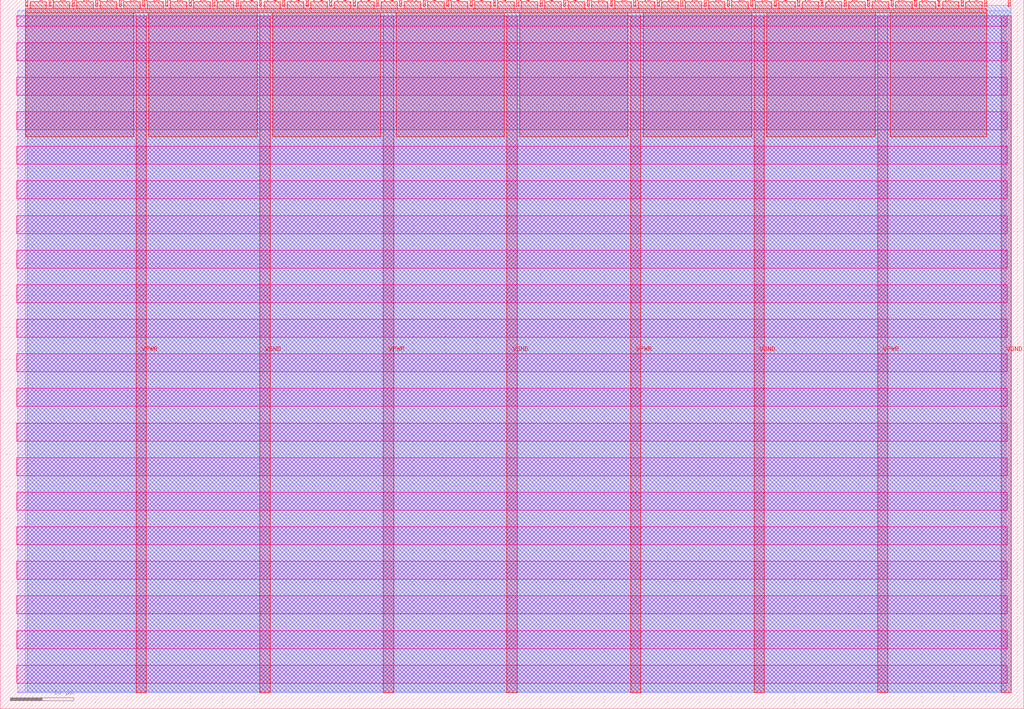
<source format=lef>
VERSION 5.7 ;
  NOWIREEXTENSIONATPIN ON ;
  DIVIDERCHAR "/" ;
  BUSBITCHARS "[]" ;
MACRO tt_um_Uart_Transciver
  CLASS BLOCK ;
  FOREIGN tt_um_Uart_Transciver ;
  ORIGIN 0.000 0.000 ;
  SIZE 161.000 BY 111.520 ;
  PIN VGND
    DIRECTION INOUT ;
    USE GROUND ;
    PORT
      LAYER met4 ;
        RECT 40.830 2.480 42.430 109.040 ;
    END
    PORT
      LAYER met4 ;
        RECT 79.700 2.480 81.300 109.040 ;
    END
    PORT
      LAYER met4 ;
        RECT 118.570 2.480 120.170 109.040 ;
    END
    PORT
      LAYER met4 ;
        RECT 157.440 2.480 159.040 109.040 ;
    END
  END VGND
  PIN VPWR
    DIRECTION INOUT ;
    USE POWER ;
    PORT
      LAYER met4 ;
        RECT 21.395 2.480 22.995 109.040 ;
    END
    PORT
      LAYER met4 ;
        RECT 60.265 2.480 61.865 109.040 ;
    END
    PORT
      LAYER met4 ;
        RECT 99.135 2.480 100.735 109.040 ;
    END
    PORT
      LAYER met4 ;
        RECT 138.005 2.480 139.605 109.040 ;
    END
  END VPWR
  PIN clk
    DIRECTION INPUT ;
    USE SIGNAL ;
    ANTENNAGATEAREA 0.852000 ;
    PORT
      LAYER met4 ;
        RECT 154.870 110.520 155.170 111.520 ;
    END
  END clk
  PIN ena
    DIRECTION INPUT ;
    USE SIGNAL ;
    PORT
      LAYER met4 ;
        RECT 158.550 110.520 158.850 111.520 ;
    END
  END ena
  PIN rst_n
    DIRECTION INPUT ;
    USE SIGNAL ;
    ANTENNAGATEAREA 0.196500 ;
    PORT
      LAYER met4 ;
        RECT 151.190 110.520 151.490 111.520 ;
    END
  END rst_n
  PIN ui_in[0]
    DIRECTION INPUT ;
    USE SIGNAL ;
    ANTENNAGATEAREA 0.196500 ;
    PORT
      LAYER met4 ;
        RECT 147.510 110.520 147.810 111.520 ;
    END
  END ui_in[0]
  PIN ui_in[1]
    DIRECTION INPUT ;
    USE SIGNAL ;
    ANTENNAGATEAREA 0.196500 ;
    PORT
      LAYER met4 ;
        RECT 143.830 110.520 144.130 111.520 ;
    END
  END ui_in[1]
  PIN ui_in[2]
    DIRECTION INPUT ;
    USE SIGNAL ;
    ANTENNAGATEAREA 0.196500 ;
    PORT
      LAYER met4 ;
        RECT 140.150 110.520 140.450 111.520 ;
    END
  END ui_in[2]
  PIN ui_in[3]
    DIRECTION INPUT ;
    USE SIGNAL ;
    ANTENNAGATEAREA 0.196500 ;
    PORT
      LAYER met4 ;
        RECT 136.470 110.520 136.770 111.520 ;
    END
  END ui_in[3]
  PIN ui_in[4]
    DIRECTION INPUT ;
    USE SIGNAL ;
    ANTENNAGATEAREA 0.196500 ;
    PORT
      LAYER met4 ;
        RECT 132.790 110.520 133.090 111.520 ;
    END
  END ui_in[4]
  PIN ui_in[5]
    DIRECTION INPUT ;
    USE SIGNAL ;
    ANTENNAGATEAREA 0.196500 ;
    PORT
      LAYER met4 ;
        RECT 129.110 110.520 129.410 111.520 ;
    END
  END ui_in[5]
  PIN ui_in[6]
    DIRECTION INPUT ;
    USE SIGNAL ;
    ANTENNAGATEAREA 0.196500 ;
    PORT
      LAYER met4 ;
        RECT 125.430 110.520 125.730 111.520 ;
    END
  END ui_in[6]
  PIN ui_in[7]
    DIRECTION INPUT ;
    USE SIGNAL ;
    ANTENNAGATEAREA 0.196500 ;
    PORT
      LAYER met4 ;
        RECT 121.750 110.520 122.050 111.520 ;
    END
  END ui_in[7]
  PIN uio_in[0]
    DIRECTION INPUT ;
    USE SIGNAL ;
    ANTENNAGATEAREA 0.196500 ;
    PORT
      LAYER met4 ;
        RECT 118.070 110.520 118.370 111.520 ;
    END
  END uio_in[0]
  PIN uio_in[1]
    DIRECTION INPUT ;
    USE SIGNAL ;
    ANTENNAGATEAREA 0.196500 ;
    PORT
      LAYER met4 ;
        RECT 114.390 110.520 114.690 111.520 ;
    END
  END uio_in[1]
  PIN uio_in[2]
    DIRECTION INPUT ;
    USE SIGNAL ;
    ANTENNAGATEAREA 0.196500 ;
    PORT
      LAYER met4 ;
        RECT 110.710 110.520 111.010 111.520 ;
    END
  END uio_in[2]
  PIN uio_in[3]
    DIRECTION INPUT ;
    USE SIGNAL ;
    PORT
      LAYER met4 ;
        RECT 107.030 110.520 107.330 111.520 ;
    END
  END uio_in[3]
  PIN uio_in[4]
    DIRECTION INPUT ;
    USE SIGNAL ;
    PORT
      LAYER met4 ;
        RECT 103.350 110.520 103.650 111.520 ;
    END
  END uio_in[4]
  PIN uio_in[5]
    DIRECTION INPUT ;
    USE SIGNAL ;
    PORT
      LAYER met4 ;
        RECT 99.670 110.520 99.970 111.520 ;
    END
  END uio_in[5]
  PIN uio_in[6]
    DIRECTION INPUT ;
    USE SIGNAL ;
    PORT
      LAYER met4 ;
        RECT 95.990 110.520 96.290 111.520 ;
    END
  END uio_in[6]
  PIN uio_in[7]
    DIRECTION INPUT ;
    USE SIGNAL ;
    PORT
      LAYER met4 ;
        RECT 92.310 110.520 92.610 111.520 ;
    END
  END uio_in[7]
  PIN uio_oe[0]
    DIRECTION OUTPUT TRISTATE ;
    USE SIGNAL ;
    PORT
      LAYER met4 ;
        RECT 29.750 110.520 30.050 111.520 ;
    END
  END uio_oe[0]
  PIN uio_oe[1]
    DIRECTION OUTPUT TRISTATE ;
    USE SIGNAL ;
    PORT
      LAYER met4 ;
        RECT 26.070 110.520 26.370 111.520 ;
    END
  END uio_oe[1]
  PIN uio_oe[2]
    DIRECTION OUTPUT TRISTATE ;
    USE SIGNAL ;
    PORT
      LAYER met4 ;
        RECT 22.390 110.520 22.690 111.520 ;
    END
  END uio_oe[2]
  PIN uio_oe[3]
    DIRECTION OUTPUT TRISTATE ;
    USE SIGNAL ;
    PORT
      LAYER met4 ;
        RECT 18.710 110.520 19.010 111.520 ;
    END
  END uio_oe[3]
  PIN uio_oe[4]
    DIRECTION OUTPUT TRISTATE ;
    USE SIGNAL ;
    PORT
      LAYER met4 ;
        RECT 15.030 110.520 15.330 111.520 ;
    END
  END uio_oe[4]
  PIN uio_oe[5]
    DIRECTION OUTPUT TRISTATE ;
    USE SIGNAL ;
    PORT
      LAYER met4 ;
        RECT 11.350 110.520 11.650 111.520 ;
    END
  END uio_oe[5]
  PIN uio_oe[6]
    DIRECTION OUTPUT TRISTATE ;
    USE SIGNAL ;
    PORT
      LAYER met4 ;
        RECT 7.670 110.520 7.970 111.520 ;
    END
  END uio_oe[6]
  PIN uio_oe[7]
    DIRECTION OUTPUT TRISTATE ;
    USE SIGNAL ;
    PORT
      LAYER met4 ;
        RECT 3.990 110.520 4.290 111.520 ;
    END
  END uio_oe[7]
  PIN uio_out[0]
    DIRECTION OUTPUT TRISTATE ;
    USE SIGNAL ;
    PORT
      LAYER met4 ;
        RECT 59.190 110.520 59.490 111.520 ;
    END
  END uio_out[0]
  PIN uio_out[1]
    DIRECTION OUTPUT TRISTATE ;
    USE SIGNAL ;
    PORT
      LAYER met4 ;
        RECT 55.510 110.520 55.810 111.520 ;
    END
  END uio_out[1]
  PIN uio_out[2]
    DIRECTION OUTPUT TRISTATE ;
    USE SIGNAL ;
    PORT
      LAYER met4 ;
        RECT 51.830 110.520 52.130 111.520 ;
    END
  END uio_out[2]
  PIN uio_out[3]
    DIRECTION OUTPUT TRISTATE ;
    USE SIGNAL ;
    ANTENNADIFFAREA 0.795200 ;
    PORT
      LAYER met4 ;
        RECT 48.150 110.520 48.450 111.520 ;
    END
  END uio_out[3]
  PIN uio_out[4]
    DIRECTION OUTPUT TRISTATE ;
    USE SIGNAL ;
    ANTENNADIFFAREA 0.445500 ;
    PORT
      LAYER met4 ;
        RECT 44.470 110.520 44.770 111.520 ;
    END
  END uio_out[4]
  PIN uio_out[5]
    DIRECTION OUTPUT TRISTATE ;
    USE SIGNAL ;
    ANTENNADIFFAREA 0.795200 ;
    PORT
      LAYER met4 ;
        RECT 40.790 110.520 41.090 111.520 ;
    END
  END uio_out[5]
  PIN uio_out[6]
    DIRECTION OUTPUT TRISTATE ;
    USE SIGNAL ;
    PORT
      LAYER met4 ;
        RECT 37.110 110.520 37.410 111.520 ;
    END
  END uio_out[6]
  PIN uio_out[7]
    DIRECTION OUTPUT TRISTATE ;
    USE SIGNAL ;
    PORT
      LAYER met4 ;
        RECT 33.430 110.520 33.730 111.520 ;
    END
  END uio_out[7]
  PIN uo_out[0]
    DIRECTION OUTPUT TRISTATE ;
    USE SIGNAL ;
    ANTENNAGATEAREA 0.126000 ;
    ANTENNADIFFAREA 0.445500 ;
    PORT
      LAYER met4 ;
        RECT 88.630 110.520 88.930 111.520 ;
    END
  END uo_out[0]
  PIN uo_out[1]
    DIRECTION OUTPUT TRISTATE ;
    USE SIGNAL ;
    ANTENNAGATEAREA 0.126000 ;
    ANTENNADIFFAREA 0.445500 ;
    PORT
      LAYER met4 ;
        RECT 84.950 110.520 85.250 111.520 ;
    END
  END uo_out[1]
  PIN uo_out[2]
    DIRECTION OUTPUT TRISTATE ;
    USE SIGNAL ;
    ANTENNAGATEAREA 0.126000 ;
    ANTENNADIFFAREA 0.445500 ;
    PORT
      LAYER met4 ;
        RECT 81.270 110.520 81.570 111.520 ;
    END
  END uo_out[2]
  PIN uo_out[3]
    DIRECTION OUTPUT TRISTATE ;
    USE SIGNAL ;
    ANTENNAGATEAREA 0.126000 ;
    ANTENNADIFFAREA 0.445500 ;
    PORT
      LAYER met4 ;
        RECT 77.590 110.520 77.890 111.520 ;
    END
  END uo_out[3]
  PIN uo_out[4]
    DIRECTION OUTPUT TRISTATE ;
    USE SIGNAL ;
    ANTENNAGATEAREA 0.126000 ;
    ANTENNADIFFAREA 0.445500 ;
    PORT
      LAYER met4 ;
        RECT 73.910 110.520 74.210 111.520 ;
    END
  END uo_out[4]
  PIN uo_out[5]
    DIRECTION OUTPUT TRISTATE ;
    USE SIGNAL ;
    ANTENNAGATEAREA 0.126000 ;
    ANTENNADIFFAREA 0.891000 ;
    PORT
      LAYER met4 ;
        RECT 70.230 110.520 70.530 111.520 ;
    END
  END uo_out[5]
  PIN uo_out[6]
    DIRECTION OUTPUT TRISTATE ;
    USE SIGNAL ;
    ANTENNAGATEAREA 0.126000 ;
    ANTENNADIFFAREA 0.445500 ;
    PORT
      LAYER met4 ;
        RECT 66.550 110.520 66.850 111.520 ;
    END
  END uo_out[6]
  PIN uo_out[7]
    DIRECTION OUTPUT TRISTATE ;
    USE SIGNAL ;
    ANTENNAGATEAREA 0.126000 ;
    ANTENNADIFFAREA 0.445500 ;
    PORT
      LAYER met4 ;
        RECT 62.870 110.520 63.170 111.520 ;
    END
  END uo_out[7]
  OBS
      LAYER nwell ;
        RECT 2.570 107.385 158.430 108.990 ;
        RECT 2.570 101.945 158.430 104.775 ;
        RECT 2.570 96.505 158.430 99.335 ;
        RECT 2.570 91.065 158.430 93.895 ;
        RECT 2.570 85.625 158.430 88.455 ;
        RECT 2.570 80.185 158.430 83.015 ;
        RECT 2.570 74.745 158.430 77.575 ;
        RECT 2.570 69.305 158.430 72.135 ;
        RECT 2.570 63.865 158.430 66.695 ;
        RECT 2.570 58.425 158.430 61.255 ;
        RECT 2.570 52.985 158.430 55.815 ;
        RECT 2.570 47.545 158.430 50.375 ;
        RECT 2.570 42.105 158.430 44.935 ;
        RECT 2.570 36.665 158.430 39.495 ;
        RECT 2.570 31.225 158.430 34.055 ;
        RECT 2.570 25.785 158.430 28.615 ;
        RECT 2.570 20.345 158.430 23.175 ;
        RECT 2.570 14.905 158.430 17.735 ;
        RECT 2.570 9.465 158.430 12.295 ;
        RECT 2.570 4.025 158.430 6.855 ;
      LAYER li1 ;
        RECT 2.760 2.635 158.240 108.885 ;
      LAYER met1 ;
        RECT 2.760 2.480 159.040 109.780 ;
      LAYER met2 ;
        RECT 4.230 2.535 159.010 110.685 ;
      LAYER met3 ;
        RECT 3.950 2.555 159.030 110.665 ;
      LAYER met4 ;
        RECT 4.690 110.120 7.270 111.170 ;
        RECT 8.370 110.120 10.950 111.170 ;
        RECT 12.050 110.120 14.630 111.170 ;
        RECT 15.730 110.120 18.310 111.170 ;
        RECT 19.410 110.120 21.990 111.170 ;
        RECT 23.090 110.120 25.670 111.170 ;
        RECT 26.770 110.120 29.350 111.170 ;
        RECT 30.450 110.120 33.030 111.170 ;
        RECT 34.130 110.120 36.710 111.170 ;
        RECT 37.810 110.120 40.390 111.170 ;
        RECT 41.490 110.120 44.070 111.170 ;
        RECT 45.170 110.120 47.750 111.170 ;
        RECT 48.850 110.120 51.430 111.170 ;
        RECT 52.530 110.120 55.110 111.170 ;
        RECT 56.210 110.120 58.790 111.170 ;
        RECT 59.890 110.120 62.470 111.170 ;
        RECT 63.570 110.120 66.150 111.170 ;
        RECT 67.250 110.120 69.830 111.170 ;
        RECT 70.930 110.120 73.510 111.170 ;
        RECT 74.610 110.120 77.190 111.170 ;
        RECT 78.290 110.120 80.870 111.170 ;
        RECT 81.970 110.120 84.550 111.170 ;
        RECT 85.650 110.120 88.230 111.170 ;
        RECT 89.330 110.120 91.910 111.170 ;
        RECT 93.010 110.120 95.590 111.170 ;
        RECT 96.690 110.120 99.270 111.170 ;
        RECT 100.370 110.120 102.950 111.170 ;
        RECT 104.050 110.120 106.630 111.170 ;
        RECT 107.730 110.120 110.310 111.170 ;
        RECT 111.410 110.120 113.990 111.170 ;
        RECT 115.090 110.120 117.670 111.170 ;
        RECT 118.770 110.120 121.350 111.170 ;
        RECT 122.450 110.120 125.030 111.170 ;
        RECT 126.130 110.120 128.710 111.170 ;
        RECT 129.810 110.120 132.390 111.170 ;
        RECT 133.490 110.120 136.070 111.170 ;
        RECT 137.170 110.120 139.750 111.170 ;
        RECT 140.850 110.120 143.430 111.170 ;
        RECT 144.530 110.120 147.110 111.170 ;
        RECT 148.210 110.120 150.790 111.170 ;
        RECT 151.890 110.120 154.470 111.170 ;
        RECT 3.975 109.440 155.185 110.120 ;
        RECT 3.975 89.935 20.995 109.440 ;
        RECT 23.395 89.935 40.430 109.440 ;
        RECT 42.830 89.935 59.865 109.440 ;
        RECT 62.265 89.935 79.300 109.440 ;
        RECT 81.700 89.935 98.735 109.440 ;
        RECT 101.135 89.935 118.170 109.440 ;
        RECT 120.570 89.935 137.605 109.440 ;
        RECT 140.005 89.935 155.185 109.440 ;
  END
END tt_um_Uart_Transciver
END LIBRARY


</source>
